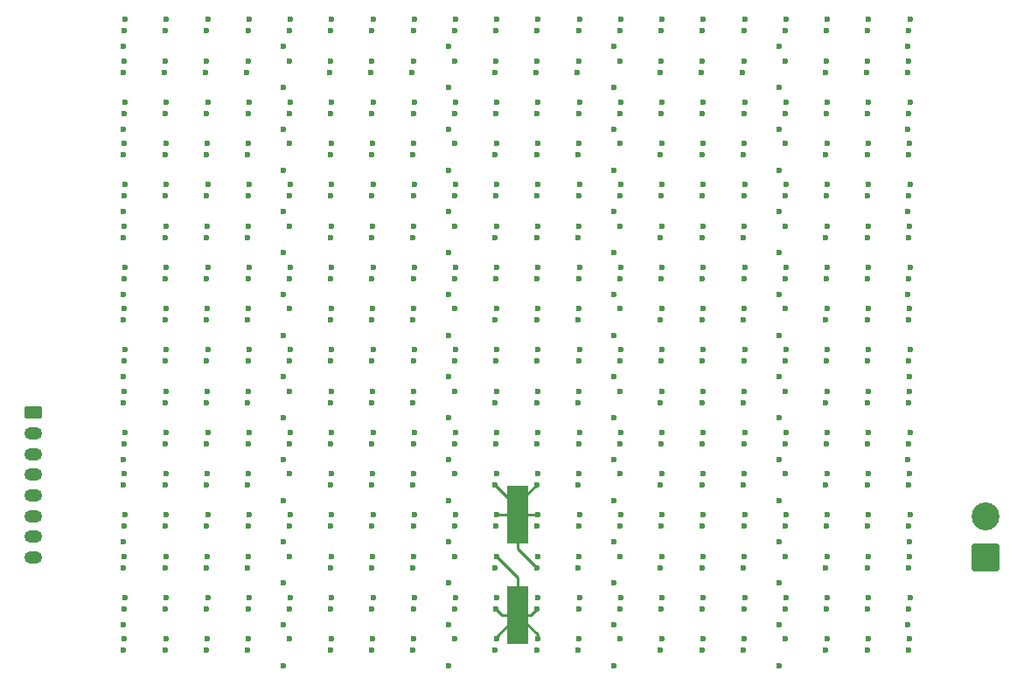
<source format=gbr>
%TF.GenerationSoftware,KiCad,Pcbnew,9.0.4*%
%TF.CreationDate,2025-10-21T18:14:30-04:00*%
%TF.ProjectId,display,64697370-6c61-4792-9e6b-696361645f70,0.1.0*%
%TF.SameCoordinates,Original*%
%TF.FileFunction,Copper,L4,Bot*%
%TF.FilePolarity,Positive*%
%FSLAX46Y46*%
G04 Gerber Fmt 4.6, Leading zero omitted, Abs format (unit mm)*
G04 Created by KiCad (PCBNEW 9.0.4) date 2025-10-21 18:14:30*
%MOMM*%
%LPD*%
G01*
G04 APERTURE LIST*
G04 Aperture macros list*
%AMRoundRect*
0 Rectangle with rounded corners*
0 $1 Rounding radius*
0 $2 $3 $4 $5 $6 $7 $8 $9 X,Y pos of 4 corners*
0 Add a 4 corners polygon primitive as box body*
4,1,4,$2,$3,$4,$5,$6,$7,$8,$9,$2,$3,0*
0 Add four circle primitives for the rounded corners*
1,1,$1+$1,$2,$3*
1,1,$1+$1,$4,$5*
1,1,$1+$1,$6,$7*
1,1,$1+$1,$8,$9*
0 Add four rect primitives between the rounded corners*
20,1,$1+$1,$2,$3,$4,$5,0*
20,1,$1+$1,$4,$5,$6,$7,0*
20,1,$1+$1,$6,$7,$8,$9,0*
20,1,$1+$1,$8,$9,$2,$3,0*%
G04 Aperture macros list end*
%TA.AperFunction,ComponentPad*%
%ADD10RoundRect,0.250001X1.099999X-1.099999X1.099999X1.099999X-1.099999X1.099999X-1.099999X-1.099999X0*%
%TD*%
%TA.AperFunction,ComponentPad*%
%ADD11C,2.700000*%
%TD*%
%TA.AperFunction,ComponentPad*%
%ADD12RoundRect,0.250000X-0.625000X0.350000X-0.625000X-0.350000X0.625000X-0.350000X0.625000X0.350000X0*%
%TD*%
%TA.AperFunction,ComponentPad*%
%ADD13O,1.750000X1.200000*%
%TD*%
%TA.AperFunction,SMDPad,CuDef*%
%ADD14R,2.000000X5.700000*%
%TD*%
%TA.AperFunction,ViaPad*%
%ADD15C,0.600000*%
%TD*%
%TA.AperFunction,Conductor*%
%ADD16C,0.250000*%
%TD*%
G04 APERTURE END LIST*
D10*
%TO.P,J1,1,Pin_1*%
%TO.N,VDD*%
X101000000Y-67000000D03*
D11*
%TO.P,J1,2,Pin_2*%
%TO.N,GND*%
X101000000Y-63040000D03*
%TD*%
D12*
%TO.P,J2,1,Pin_1*%
%TO.N,DIN1*%
X8825000Y-53000000D03*
D13*
%TO.P,J2,2,Pin_2*%
%TO.N,DIN2*%
X8825000Y-55000000D03*
%TO.P,J2,3,Pin_3*%
%TO.N,DIN3*%
X8825000Y-57000000D03*
%TO.P,J2,4,Pin_4*%
%TO.N,DIN4*%
X8825000Y-59000000D03*
%TO.P,J2,5,Pin_5*%
%TO.N,DIN5*%
X8825000Y-61000000D03*
%TO.P,J2,6,Pin_6*%
%TO.N,DIN6*%
X8825000Y-63000000D03*
%TO.P,J2,7,Pin_7*%
%TO.N,DIN7*%
X8825000Y-65000000D03*
%TO.P,J2,8,Pin_8*%
%TO.N,DIN8*%
X8825000Y-67000000D03*
%TD*%
D14*
%TO.P,C81,1*%
%TO.N,VDD*%
X55750000Y-72600000D03*
%TO.P,C81,2*%
%TO.N,GND*%
X55750000Y-62900000D03*
%TD*%
D15*
%TO.N,GND*%
X61498750Y-20050000D03*
X73552500Y-28000000D03*
X77552500Y-28000000D03*
X29552500Y-76000000D03*
X61700000Y-46900000D03*
X65000000Y-61500000D03*
X85552500Y-28000000D03*
X61700000Y-54900000D03*
X85552500Y-44000000D03*
X41700000Y-38900000D03*
X29700000Y-22900000D03*
X21700000Y-22900000D03*
X37552500Y-28000000D03*
X45552500Y-44000000D03*
X85700000Y-30900000D03*
X53552500Y-44000000D03*
X17567500Y-65500000D03*
X57700000Y-54900000D03*
X41700000Y-62900000D03*
X49000000Y-33500000D03*
X85552500Y-36000000D03*
X45552500Y-68000000D03*
X17500000Y-20050000D03*
X65700000Y-70900000D03*
X61552500Y-60000000D03*
X49000000Y-61500000D03*
X45498750Y-20050000D03*
X85700000Y-46900000D03*
X73552500Y-36000000D03*
X65000000Y-65500000D03*
X85552500Y-76000000D03*
X49000000Y-53500000D03*
X89552500Y-52000000D03*
X25700000Y-30900000D03*
X53552500Y-52000000D03*
X25552500Y-76000000D03*
X73700000Y-38900000D03*
X81700000Y-54900000D03*
X69552500Y-60000000D03*
X85700000Y-54900000D03*
X41552500Y-68000000D03*
X85498750Y-20050000D03*
X21498750Y-20050000D03*
X53552500Y-68000000D03*
X33000000Y-45500000D03*
X57498750Y-20050000D03*
X17553750Y-76000000D03*
X57700000Y-14900000D03*
X85552500Y-52000000D03*
X49700000Y-22900000D03*
X37552500Y-68000000D03*
X41498750Y-20050000D03*
X25552500Y-36000000D03*
X57700000Y-30900000D03*
X17700000Y-46900000D03*
X89552500Y-28000000D03*
X25700000Y-46900000D03*
X41552500Y-52000000D03*
X25700000Y-54900000D03*
X77498750Y-20050000D03*
X65000000Y-17500000D03*
X25700000Y-70900000D03*
X37700000Y-22900000D03*
X57700000Y-62900000D03*
X53700000Y-62900000D03*
X49000000Y-77500000D03*
X45552500Y-76000000D03*
X17567500Y-33500000D03*
X37552500Y-60000000D03*
X49700000Y-46900000D03*
X77552500Y-68000000D03*
X77700000Y-14900000D03*
X29498750Y-20050000D03*
X57552500Y-52000000D03*
X41700000Y-54900000D03*
X49000000Y-21500000D03*
X29552500Y-44000000D03*
X73700000Y-62900000D03*
X33000000Y-37500000D03*
X41700000Y-30900000D03*
X77700000Y-38900000D03*
X45700000Y-14900000D03*
X53552500Y-60000000D03*
X73700000Y-46900000D03*
X81000000Y-17500000D03*
X69552500Y-68000000D03*
X81000000Y-73500000D03*
X33000000Y-41500000D03*
X45700000Y-62900000D03*
X21700000Y-14900000D03*
X81000000Y-69500000D03*
X89700000Y-62900000D03*
X69552500Y-76000000D03*
X25498750Y-20050000D03*
X77700000Y-22900000D03*
X29552500Y-52000000D03*
X53700000Y-14900000D03*
X29700000Y-62900000D03*
X33700000Y-14900000D03*
X29552500Y-36000000D03*
X65000000Y-45500000D03*
X61552500Y-28000000D03*
X73552500Y-52000000D03*
X93700000Y-46900000D03*
X73498750Y-20050000D03*
X93700000Y-38900000D03*
X45700000Y-22900000D03*
X89552500Y-68000000D03*
X17700000Y-30900000D03*
X89700000Y-46900000D03*
X21700000Y-38900000D03*
X45700000Y-30900000D03*
X17567500Y-57500000D03*
X49000000Y-37500000D03*
X93552500Y-76000000D03*
X65700000Y-38900000D03*
X29552500Y-68000000D03*
X33000000Y-57500000D03*
X49000000Y-41500000D03*
X57700000Y-70900000D03*
X65000000Y-29500000D03*
X53552500Y-76000000D03*
X65000000Y-77500000D03*
X29552500Y-60000000D03*
X65000000Y-21500000D03*
X33000000Y-65500000D03*
X81000000Y-57500000D03*
X21552500Y-44000000D03*
X93700000Y-70900000D03*
X93552500Y-36000000D03*
X45552500Y-52000000D03*
X81000000Y-33500000D03*
X21552500Y-36000000D03*
X77700000Y-30900000D03*
X73700000Y-30900000D03*
X37700000Y-30900000D03*
X33700000Y-22900000D03*
X89498750Y-20050000D03*
X89552500Y-44000000D03*
X17567500Y-41500000D03*
X81000000Y-37500000D03*
X45552500Y-60000000D03*
X33000000Y-17500000D03*
X61700000Y-14900000D03*
X37700000Y-14900000D03*
X53700000Y-38900000D03*
X81700000Y-22900000D03*
X77700000Y-46900000D03*
X53552500Y-36000000D03*
X41552500Y-44000000D03*
X53498750Y-20050000D03*
X29700000Y-46900000D03*
X77552500Y-60000000D03*
X41552500Y-36000000D03*
X81700000Y-30900000D03*
X49000000Y-69500000D03*
X45700000Y-46900000D03*
X73552500Y-60000000D03*
X17700000Y-62900000D03*
X57552500Y-36000000D03*
X93552500Y-68000000D03*
X81700000Y-38900000D03*
X33700000Y-46900000D03*
X29700000Y-70900000D03*
X85700000Y-14900000D03*
X77552500Y-36000000D03*
X93700000Y-14900000D03*
X33700000Y-30900000D03*
X37700000Y-70900000D03*
X65000000Y-57500000D03*
X17553750Y-52000000D03*
X89700000Y-54900000D03*
X65700000Y-46900000D03*
X49700000Y-62900000D03*
X93700000Y-54900000D03*
X37498750Y-20050000D03*
X93552500Y-44000000D03*
X81000000Y-65500000D03*
X81000000Y-45500000D03*
X65000000Y-33500000D03*
X21700000Y-30900000D03*
X65700000Y-30900000D03*
X93552500Y-60000000D03*
X81700000Y-14900000D03*
X61700000Y-38900000D03*
X49000000Y-17500000D03*
X65000000Y-73500000D03*
X57700000Y-46900000D03*
X45552500Y-36000000D03*
X69552500Y-44000000D03*
X37700000Y-38900000D03*
X21552500Y-68000000D03*
X49000000Y-45500000D03*
X25700000Y-22900000D03*
X25552500Y-28000000D03*
X45700000Y-38900000D03*
X41552500Y-28000000D03*
X73552500Y-68000000D03*
X93552500Y-52000000D03*
X57552500Y-60000000D03*
X61552500Y-68000000D03*
X77700000Y-54900000D03*
X29700000Y-38900000D03*
X17700000Y-38900000D03*
X85552500Y-60000000D03*
X49700000Y-70900000D03*
X41552500Y-60000000D03*
X33700000Y-38900000D03*
X33000000Y-25500000D03*
X33700000Y-62900000D03*
X93700000Y-22900000D03*
X17700000Y-54900000D03*
X69700000Y-70900000D03*
X57552500Y-44000000D03*
X61700000Y-70900000D03*
X33000000Y-73500000D03*
X61552500Y-76000000D03*
X77552500Y-76000000D03*
X53552500Y-28000000D03*
X65700000Y-54900000D03*
X85700000Y-22900000D03*
X65000000Y-53500000D03*
X49700000Y-38900000D03*
X33000000Y-49500000D03*
X65700000Y-14900000D03*
X49000000Y-65500000D03*
X21552500Y-76000000D03*
X45700000Y-54900000D03*
X17700000Y-14900000D03*
X37700000Y-54900000D03*
X69552500Y-36000000D03*
X61700000Y-30900000D03*
X89700000Y-30900000D03*
X93500000Y-17500000D03*
X69552500Y-28000000D03*
X61552500Y-52000000D03*
X17700000Y-22900000D03*
X41552500Y-76000000D03*
X53700000Y-30900000D03*
X41700000Y-22900000D03*
X69700000Y-62900000D03*
X17553750Y-68000000D03*
X45700000Y-70900000D03*
X49000000Y-57500000D03*
X57700000Y-38900000D03*
X21552500Y-60000000D03*
X33700000Y-54900000D03*
X69700000Y-30900000D03*
X17553750Y-60000000D03*
X25700000Y-38900000D03*
X57552500Y-68000000D03*
X61552500Y-36000000D03*
X81000000Y-25500000D03*
X69700000Y-54900000D03*
X65000000Y-37500000D03*
X49000000Y-25500000D03*
X81700000Y-70900000D03*
X93500000Y-25500000D03*
X93500000Y-57500000D03*
X81000000Y-21500000D03*
X73700000Y-54900000D03*
X49000000Y-73500000D03*
X53700000Y-54900000D03*
X45552500Y-28000000D03*
X77700000Y-62900000D03*
X33000000Y-21500000D03*
X17567500Y-73500000D03*
X17553750Y-28000000D03*
X77552500Y-52000000D03*
X81700000Y-62900000D03*
X33000000Y-61500000D03*
X21700000Y-62900000D03*
X17553750Y-36000000D03*
X89700000Y-70900000D03*
X17553750Y-44000000D03*
X25552500Y-60000000D03*
X17567500Y-49500000D03*
X81000000Y-61500000D03*
X73700000Y-70900000D03*
X33000000Y-33500000D03*
X49700000Y-14900000D03*
X73552500Y-44000000D03*
X85552500Y-68000000D03*
X77552500Y-44000000D03*
X73700000Y-22900000D03*
X93652500Y-49500000D03*
X93498750Y-20050000D03*
X61700000Y-22900000D03*
X53700000Y-46900000D03*
X57700000Y-22900000D03*
X41700000Y-70900000D03*
X21552500Y-28000000D03*
X29552500Y-28000000D03*
X93700000Y-62900000D03*
X17567500Y-25500000D03*
X53700000Y-22900000D03*
X33000000Y-77500000D03*
X37552500Y-52000000D03*
X37552500Y-44000000D03*
X65000000Y-69500000D03*
X21700000Y-54900000D03*
X53700000Y-70900000D03*
X85700000Y-38900000D03*
X81000000Y-77500000D03*
X25552500Y-68000000D03*
X89700000Y-38900000D03*
X69700000Y-14900000D03*
X33700000Y-70900000D03*
X21700000Y-70900000D03*
X69498750Y-20050000D03*
X37552500Y-76000000D03*
X37700000Y-62900000D03*
X25700000Y-62900000D03*
X37552500Y-36000000D03*
X81700000Y-46900000D03*
X49000000Y-49500000D03*
X93700000Y-30900000D03*
X81000000Y-53500000D03*
X93652500Y-65500000D03*
X73552500Y-76000000D03*
X65000000Y-25500000D03*
X41700000Y-14900000D03*
X65700000Y-22900000D03*
X25552500Y-52000000D03*
X73700000Y-14900000D03*
X69700000Y-46900000D03*
X93500000Y-33500000D03*
X33000000Y-53500000D03*
X33000000Y-29500000D03*
X49700000Y-30900000D03*
X85700000Y-62900000D03*
X17700000Y-70900000D03*
X69700000Y-22900000D03*
X61552500Y-44000000D03*
X33000000Y-69500000D03*
X81000000Y-49500000D03*
X81000000Y-41500000D03*
X25700000Y-14900000D03*
X61700000Y-62900000D03*
X17567500Y-17500000D03*
X69700000Y-38900000D03*
X21700000Y-46900000D03*
X93500000Y-41500000D03*
X29700000Y-30900000D03*
X89552500Y-76000000D03*
X37700000Y-46900000D03*
X65000000Y-41500000D03*
X89552500Y-60000000D03*
X85700000Y-70900000D03*
X93500000Y-73500000D03*
X65700000Y-62900000D03*
X49000000Y-29500000D03*
X69552500Y-52000000D03*
X25552500Y-44000000D03*
X89552500Y-36000000D03*
X77700000Y-70900000D03*
X93552500Y-28000000D03*
X41700000Y-46900000D03*
X49700000Y-54900000D03*
X89700000Y-14900000D03*
X21552500Y-52000000D03*
X57552500Y-28000000D03*
X29700000Y-54900000D03*
X81000000Y-29500000D03*
X57552500Y-76000000D03*
X89700000Y-22900000D03*
X65000000Y-49500000D03*
X29700000Y-14900000D03*
%TO.N,VDD*%
X37652500Y-58900000D03*
X57600000Y-72000000D03*
X69600000Y-16000000D03*
X25652500Y-26900000D03*
X93600000Y-64000000D03*
X45652500Y-26900000D03*
X73600000Y-40000000D03*
X49598750Y-18950000D03*
X33600000Y-24000000D03*
X37600000Y-56000000D03*
X45652500Y-58900000D03*
X37600000Y-16000000D03*
X65652500Y-42900000D03*
X29600000Y-40000000D03*
X53600000Y-32000000D03*
X81600000Y-72000000D03*
X93652500Y-34900000D03*
X85652500Y-58900000D03*
X29652500Y-50900000D03*
X25600000Y-32000000D03*
X29598750Y-18950000D03*
X41600000Y-16000000D03*
X37600000Y-32000000D03*
X37652500Y-42900000D03*
X17598750Y-18950000D03*
X37652500Y-74900000D03*
X21600000Y-32000000D03*
X73600000Y-48000000D03*
X81652500Y-50900000D03*
X61600000Y-16000000D03*
X49652500Y-26900000D03*
X73652500Y-58900000D03*
X69600000Y-56000000D03*
X29652500Y-66900000D03*
X21600000Y-16000000D03*
X61652500Y-66900000D03*
X29600000Y-24000000D03*
X77600000Y-72000000D03*
X77600000Y-56000000D03*
X49600000Y-56000000D03*
X81598750Y-18950000D03*
X93652500Y-74900000D03*
X57600000Y-32000000D03*
X93652500Y-66900000D03*
X61598750Y-18950000D03*
X73600000Y-56000000D03*
X45652500Y-42900000D03*
X17652500Y-74900000D03*
X81652500Y-66900000D03*
X41600000Y-24000000D03*
X21600000Y-40000000D03*
X21652500Y-42900000D03*
X25600000Y-64000000D03*
X93652500Y-50900000D03*
X33600000Y-64000000D03*
X73600000Y-72000000D03*
X65600000Y-40000000D03*
X57652500Y-34900000D03*
X81600000Y-16000000D03*
X53652500Y-26900000D03*
X53600000Y-56000000D03*
X57652500Y-74900000D03*
X81652500Y-26900000D03*
X65600000Y-72000000D03*
X65652500Y-74900000D03*
X69600000Y-24000000D03*
X21652500Y-50900000D03*
X61600000Y-24000000D03*
X89600000Y-72000000D03*
X49652500Y-42900000D03*
X61600000Y-64000000D03*
X57652500Y-66900000D03*
X81600000Y-56000000D03*
X57600000Y-40000000D03*
X69652500Y-58900000D03*
X85600000Y-32000000D03*
X93652500Y-58900000D03*
X69600000Y-72000000D03*
X77652500Y-34900000D03*
X33652500Y-66900000D03*
X81652500Y-74900000D03*
X41600000Y-64000000D03*
X85652500Y-66900000D03*
X41652500Y-50900000D03*
X41652500Y-42900000D03*
X89652500Y-58900000D03*
X93600000Y-48000000D03*
X41600000Y-48000000D03*
X49600000Y-48000000D03*
X41652500Y-34900000D03*
X25600000Y-56000000D03*
X53600000Y-72000000D03*
X45598750Y-18950000D03*
X69652500Y-34900000D03*
X17600000Y-40000000D03*
X69652500Y-26900000D03*
X65652500Y-26900000D03*
X85600000Y-48000000D03*
X61600000Y-40000000D03*
X37600000Y-64000000D03*
X85652500Y-34900000D03*
X61600000Y-48000000D03*
X37652500Y-34900000D03*
X57600000Y-56000000D03*
X57600000Y-24000000D03*
X89600000Y-56000000D03*
X49652500Y-50900000D03*
X57652500Y-58900000D03*
X85600000Y-72000000D03*
X69600000Y-48000000D03*
X17652500Y-42900000D03*
X65600000Y-56000000D03*
X65600000Y-64000000D03*
X89652500Y-66900000D03*
X17652500Y-66900000D03*
X49600000Y-72000000D03*
X89600000Y-64000000D03*
X77652500Y-66900000D03*
X45652500Y-66900000D03*
X53652500Y-50900000D03*
X77598750Y-18950000D03*
X41598750Y-18950000D03*
X21652500Y-66900000D03*
X73600000Y-32000000D03*
X73600000Y-16000000D03*
X25652500Y-66900000D03*
X49600000Y-40000000D03*
X85652500Y-50900000D03*
X17652500Y-50900000D03*
X41652500Y-74900000D03*
X93600000Y-40000000D03*
X33600000Y-40000000D03*
X33652500Y-34900000D03*
X49600000Y-24000000D03*
X57600000Y-16000000D03*
X61600000Y-72000000D03*
X73652500Y-50900000D03*
X93600000Y-56000000D03*
X81652500Y-34900000D03*
X37600000Y-24000000D03*
X77600000Y-48000000D03*
X57598750Y-18950000D03*
X45600000Y-40000000D03*
X61600000Y-32000000D03*
X73652500Y-26900000D03*
X49652500Y-74900000D03*
X33600000Y-32000000D03*
X73652500Y-42900000D03*
X21600000Y-64000000D03*
X85598750Y-18950000D03*
X29600000Y-72000000D03*
X41600000Y-72000000D03*
X93600000Y-24000000D03*
X33600000Y-56000000D03*
X49600000Y-64000000D03*
X57652500Y-50900000D03*
X81652500Y-42900000D03*
X89652500Y-26900000D03*
X77652500Y-42900000D03*
X73652500Y-34900000D03*
X33652500Y-74900000D03*
X45600000Y-64000000D03*
X81652500Y-58900000D03*
X29652500Y-26900000D03*
X73652500Y-74900000D03*
X17600000Y-16000000D03*
X25652500Y-58900000D03*
X61652500Y-50900000D03*
X45600000Y-56000000D03*
X29652500Y-58900000D03*
X81600000Y-48000000D03*
X29652500Y-74900000D03*
X77600000Y-40000000D03*
X21652500Y-74900000D03*
X33652500Y-58900000D03*
X53652500Y-66900000D03*
X57652500Y-26900000D03*
X89652500Y-34900000D03*
X41652500Y-66900000D03*
X29652500Y-42900000D03*
X61600000Y-56000000D03*
X17600000Y-24000000D03*
X49652500Y-58900000D03*
X53600000Y-48000000D03*
X41652500Y-58900000D03*
X45600000Y-48000000D03*
X21600000Y-48000000D03*
X85652500Y-74900000D03*
X25598750Y-18950000D03*
X65600000Y-48000000D03*
X65652500Y-50900000D03*
X61652500Y-34900000D03*
X33600000Y-16000000D03*
X93652500Y-26900000D03*
X73600000Y-64000000D03*
X53600000Y-24000000D03*
X89600000Y-32000000D03*
X37600000Y-48000000D03*
X25600000Y-16000000D03*
X29652500Y-34900000D03*
X85600000Y-56000000D03*
X57652500Y-42900000D03*
X81600000Y-24000000D03*
X69652500Y-50900000D03*
X53600000Y-64000000D03*
X17600000Y-48000000D03*
X77652500Y-26900000D03*
X29600000Y-32000000D03*
X81600000Y-64000000D03*
X37600000Y-40000000D03*
X17600000Y-72000000D03*
X65600000Y-16000000D03*
X89600000Y-24000000D03*
X25652500Y-74900000D03*
X25600000Y-40000000D03*
X69600000Y-64000000D03*
X37652500Y-50900000D03*
X25600000Y-72000000D03*
X41600000Y-40000000D03*
X69600000Y-32000000D03*
X65652500Y-66900000D03*
X45652500Y-74900000D03*
X45600000Y-24000000D03*
X57600000Y-48000000D03*
X33652500Y-26900000D03*
X21600000Y-24000000D03*
X37652500Y-66900000D03*
X93600000Y-72000000D03*
X29600000Y-64000000D03*
X77600000Y-32000000D03*
X61652500Y-74900000D03*
X93598750Y-18950000D03*
X65600000Y-32000000D03*
X89600000Y-48000000D03*
X37652500Y-26900000D03*
X89598750Y-18950000D03*
X89600000Y-16000000D03*
X93600000Y-16000000D03*
X69598750Y-18950000D03*
X25600000Y-24000000D03*
X45600000Y-16000000D03*
X89600000Y-40000000D03*
X81600000Y-32000000D03*
X45600000Y-32000000D03*
X85600000Y-64000000D03*
X25652500Y-42900000D03*
X29600000Y-48000000D03*
X21600000Y-56000000D03*
X73600000Y-24000000D03*
X85652500Y-26900000D03*
X89652500Y-50900000D03*
X45652500Y-50900000D03*
X61652500Y-42900000D03*
X53598750Y-18950000D03*
X17652500Y-34900000D03*
X69652500Y-66900000D03*
X77600000Y-24000000D03*
X65600000Y-24000000D03*
X49600000Y-16000000D03*
X77600000Y-64000000D03*
X73598750Y-18950000D03*
X29600000Y-16000000D03*
X45652500Y-34900000D03*
X41600000Y-32000000D03*
X33600000Y-48000000D03*
X53652500Y-58900000D03*
X61652500Y-58900000D03*
X17600000Y-64000000D03*
X41652500Y-26900000D03*
X53600000Y-16000000D03*
X85600000Y-16000000D03*
X41600000Y-56000000D03*
X21652500Y-34900000D03*
X17652500Y-58900000D03*
X21600000Y-72000000D03*
X85600000Y-24000000D03*
X69652500Y-42900000D03*
X21652500Y-58900000D03*
X33652500Y-42900000D03*
X45600000Y-72000000D03*
X21652500Y-26900000D03*
X61652500Y-26900000D03*
X53652500Y-42900000D03*
X65652500Y-58900000D03*
X25652500Y-34900000D03*
X77600000Y-16000000D03*
X69600000Y-40000000D03*
X17600000Y-56000000D03*
X77652500Y-50900000D03*
X77652500Y-74900000D03*
X89652500Y-42900000D03*
X65652500Y-34900000D03*
X57600000Y-64000000D03*
X81600000Y-40000000D03*
X93600000Y-32000000D03*
X73652500Y-66900000D03*
X89652500Y-74900000D03*
X49600000Y-32000000D03*
X37598750Y-18950000D03*
X53652500Y-74900000D03*
X33598750Y-18950000D03*
X65598750Y-18950000D03*
X25600000Y-48000000D03*
X33652500Y-50900000D03*
X85652500Y-42900000D03*
X17600000Y-32000000D03*
X69652500Y-74900000D03*
X77652500Y-58900000D03*
X33600000Y-72000000D03*
X29600000Y-56000000D03*
X49652500Y-66900000D03*
X49652500Y-34900000D03*
X17652500Y-26900000D03*
X53652500Y-34900000D03*
X21598750Y-18950000D03*
X37600000Y-72000000D03*
X53600000Y-40000000D03*
X85600000Y-40000000D03*
X25652500Y-50900000D03*
X93652500Y-42900000D03*
%TD*%
D16*
%TO.N,GND*%
X55750000Y-62900000D02*
X53700000Y-62900000D01*
X55750000Y-62900000D02*
X55750000Y-61802500D01*
X55750000Y-62900000D02*
X55750000Y-66197500D01*
X55750000Y-62197500D02*
X53552500Y-60000000D01*
X55750000Y-62900000D02*
X55750000Y-62197500D01*
X55750000Y-62900000D02*
X57700000Y-62900000D01*
X55750000Y-66197500D02*
X57552500Y-68000000D01*
X55750000Y-61802500D02*
X57552500Y-60000000D01*
%TO.N,VDD*%
X53652500Y-74697500D02*
X55750000Y-72600000D01*
X55750000Y-72600000D02*
X57000000Y-72600000D01*
X57652500Y-74502500D02*
X55750000Y-72600000D01*
X55750000Y-68997500D02*
X53652500Y-66900000D01*
X57000000Y-72600000D02*
X57600000Y-72000000D01*
X55750000Y-72600000D02*
X54200000Y-72600000D01*
X54200000Y-72600000D02*
X53600000Y-72000000D01*
X55750000Y-72600000D02*
X55750000Y-68997500D01*
X53652500Y-74900000D02*
X53652500Y-74697500D01*
X57652500Y-74900000D02*
X57652500Y-74502500D01*
%TD*%
M02*

</source>
